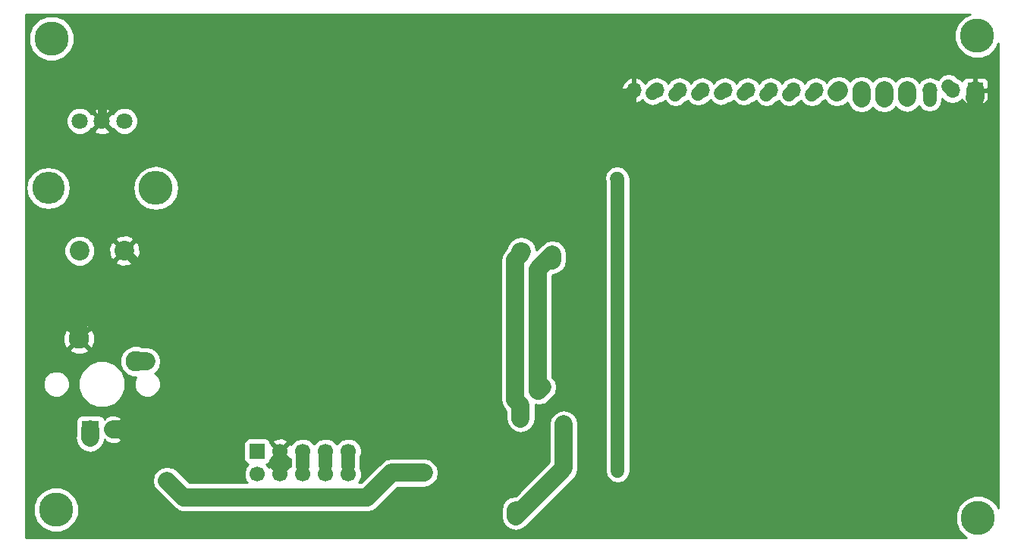
<source format=gbr>
G04 #@! TF.FileFunction,Copper,L2,Bot,Signal*
%FSLAX46Y46*%
G04 Gerber Fmt 4.6, Leading zero omitted, Abs format (unit mm)*
G04 Created by KiCad (PCBNEW 4.0.4-stable) date 03/03/17 12:38:54*
%MOMM*%
%LPD*%
G01*
G04 APERTURE LIST*
%ADD10C,0.100000*%
%ADD11O,3.600000X3.600000*%
%ADD12O,3.800000X3.800000*%
%ADD13C,2.200000*%
%ADD14C,1.800000*%
%ADD15R,1.700000X1.700000*%
%ADD16C,1.700000*%
%ADD17C,2.286000*%
%ADD18C,1.905000*%
%ADD19R,1.905000X1.905000*%
%ADD20C,3.800000*%
%ADD21O,1.700000X1.700000*%
%ADD22C,1.200000*%
%ADD23C,1.500000*%
%ADD24C,2.000000*%
%ADD25C,0.900000*%
%ADD26C,1.000000*%
%ADD27C,0.700000*%
%ADD28C,0.800000*%
%ADD29C,0.254000*%
G04 APERTURE END LIST*
D10*
D11*
X3245600Y39801800D03*
D12*
X15245600Y39801800D03*
D13*
X6745600Y32801800D03*
X11745600Y32801800D03*
D14*
X9245600Y47301800D03*
X6745600Y47301800D03*
X11745600Y47301800D03*
D15*
X26568400Y10363200D03*
D16*
X26568400Y7823200D03*
X29108400Y10363200D03*
X29108400Y7823200D03*
X31648400Y10363200D03*
X31648400Y7823200D03*
X34188400Y10363200D03*
X34188400Y7823200D03*
X36728400Y10363200D03*
X36728400Y7823200D03*
D17*
X6680200Y22961600D03*
X13030200Y20421600D03*
D18*
X10490200Y12827000D03*
D19*
X7950200Y12827000D03*
D20*
X3581400Y56540400D03*
X106908600Y56845200D03*
X107035600Y2921000D03*
X4114800Y3860800D03*
D15*
X106714919Y50751599D03*
D21*
X104174919Y50751599D03*
X101634919Y50751599D03*
X99094919Y50751599D03*
X96554919Y50751599D03*
X94014919Y50751599D03*
X91474919Y50751599D03*
X88934919Y50751599D03*
X86394919Y50751599D03*
X83854919Y50751599D03*
X81314919Y50751599D03*
X78774919Y50751599D03*
X76234919Y50751599D03*
X73694919Y50751599D03*
X71154919Y50751599D03*
X68614919Y50751599D03*
D22*
X55422800Y3124200D03*
X60782200Y13385800D03*
X55981600Y32766000D03*
X55981600Y14046200D03*
X59512200Y32359600D03*
X57886600Y17170400D03*
X65705600Y1903000D03*
X65705600Y1903000D03*
X14986000Y51181000D03*
X30759400Y24633000D03*
X105892600Y44297600D03*
X82727800Y25984200D03*
X60858400Y46761400D03*
X50876200Y42164000D03*
X22758400Y31140400D03*
X39522400Y46228000D03*
X30759400Y15240000D03*
X20650200Y13995400D03*
X26678281Y13995400D03*
X9271000Y49606200D03*
X61341000Y16967200D03*
X66725800Y40894000D03*
X66802000Y8204200D03*
X16510000Y7086600D03*
X45161200Y7975600D03*
D23*
X104174919Y50783681D02*
X103734920Y51223680D01*
X104174919Y50751599D02*
X104174919Y50783681D01*
D24*
X60782200Y13385800D02*
X60782200Y8483600D01*
X60782200Y8483600D02*
X55422800Y3124200D01*
D25*
X60782200Y12537272D02*
X60782200Y9144000D01*
X60782200Y9144000D02*
X55422800Y3784600D01*
D24*
X55422800Y3124200D02*
X55422800Y3784600D01*
X60782200Y13385800D02*
X60782200Y12537272D01*
X60782200Y12537272D02*
X60782200Y12776200D01*
D23*
X34188400Y10363200D02*
X34188400Y8755800D01*
D24*
X55981600Y32364548D02*
X55981600Y32766000D01*
X55981600Y15539852D02*
X55386590Y16134862D01*
X55981600Y14046200D02*
X55981600Y15539852D01*
X55386590Y16134862D02*
X55386590Y31769538D01*
X55386590Y31769538D02*
X55981600Y32364548D01*
X55981600Y32766000D02*
X56108600Y32766000D01*
D23*
X31648400Y10363200D02*
X31648400Y8705800D01*
D24*
X57886600Y17170400D02*
X57886600Y30734000D01*
X57886600Y30734000D02*
X59512200Y32359600D01*
X57886600Y17170400D02*
X57988200Y17170400D01*
X57988200Y17170400D02*
X58369200Y17551400D01*
D25*
X57886600Y17297400D02*
X57886600Y17170400D01*
D24*
X59512200Y32359600D02*
X59512200Y31775400D01*
X59512200Y31775400D02*
X59486800Y31750000D01*
D23*
X68614919Y50712319D02*
X67915600Y50013000D01*
X68614919Y50751599D02*
X68614919Y50712319D01*
D24*
X106714919Y50751599D02*
X106714919Y49932319D01*
X106714919Y49932319D02*
X106675600Y49893000D01*
X60858400Y46761400D02*
X60370000Y46273000D01*
X50876200Y42164000D02*
X51494600Y42164000D01*
X82727800Y25984200D02*
X82727800Y26441400D01*
X65227200Y1879600D02*
X65682200Y1879600D01*
X65682200Y1879600D02*
X65705600Y1903000D01*
X26678281Y13995400D02*
X27263200Y13995400D01*
X27263200Y13995400D02*
X27285600Y13973000D01*
X20650200Y13995400D02*
X20650200Y14593000D01*
X10490200Y12827000D02*
X11399600Y12827000D01*
X11399600Y12827000D02*
X11445600Y12873000D01*
X6680200Y22961600D02*
X6680200Y24107600D01*
X22758400Y31140400D02*
X23308200Y31140400D01*
X23308200Y31140400D02*
X23355600Y31093000D01*
X39522400Y46228000D02*
X39522400Y46796200D01*
X39522400Y46796200D02*
X39475600Y46843000D01*
X14986000Y51181000D02*
X15567600Y51181000D01*
X15567600Y51181000D02*
X15585600Y51163000D01*
D26*
X22758400Y31140400D02*
X18625600Y31140400D01*
X20650200Y29032200D02*
X20650200Y29115800D01*
X18625600Y31140400D02*
X13407000Y31140400D01*
X20650200Y29115800D02*
X18625600Y31140400D01*
X13407000Y31140400D02*
X11745600Y32801800D01*
X9271000Y49606200D02*
X9271000Y47327200D01*
X9271000Y47327200D02*
X9245600Y47301800D01*
D23*
X29108400Y10363200D02*
X29108400Y8715800D01*
D27*
X30759400Y24633000D02*
X30759400Y37465000D01*
D23*
X30759400Y15240000D02*
X30759400Y24633000D01*
D28*
X56865219Y1879600D02*
X65227200Y1879600D01*
X52019200Y2057400D02*
X52852410Y1224190D01*
X52852410Y1224190D02*
X56209809Y1224190D01*
X56209809Y1224190D02*
X56865219Y1879600D01*
X52019200Y5232400D02*
X52019200Y2057400D01*
D24*
X42011600Y15240000D02*
X52019200Y5232400D01*
X30759400Y15240000D02*
X42011600Y15240000D01*
D25*
X60741001Y16367201D02*
X61341000Y16967200D01*
X57931611Y13557811D02*
X60741001Y16367201D01*
X57931611Y13238479D02*
X57931611Y13557811D01*
X51530811Y12096189D02*
X56789321Y12096189D01*
X48387000Y15240000D02*
X51530811Y12096189D01*
X30759400Y15240000D02*
X48387000Y15240000D01*
X56789321Y12096189D02*
X57931611Y13238479D01*
X104267000Y44424600D02*
X104394000Y44297600D01*
X104394000Y44297600D02*
X105892600Y44297600D01*
X63754000Y44424600D02*
X104267000Y44424600D01*
X54864000Y35534600D02*
X63754000Y44424600D01*
X51054000Y35534600D02*
X54864000Y35534600D01*
X30759400Y15240000D02*
X51054000Y35534600D01*
D26*
X82727800Y20523200D02*
X82727800Y25984200D01*
X79146400Y16941800D02*
X82727800Y20523200D01*
X78994000Y16941800D02*
X79146400Y16941800D01*
D27*
X30759400Y16662400D02*
X60858400Y46761400D01*
X30759400Y15240000D02*
X30759400Y16662400D01*
X30759400Y22047200D02*
X50876200Y42164000D01*
X30759400Y15240000D02*
X30759400Y22047200D01*
X20650200Y29032200D02*
X22758400Y31140400D01*
X20650200Y13995400D02*
X20650200Y29032200D01*
X30759400Y37465000D02*
X39522400Y46228000D01*
X30759400Y15240000D02*
X31359399Y15839999D01*
X31359399Y15839999D02*
X31359399Y36845799D01*
D23*
X9829800Y51155600D02*
X14757400Y51155600D01*
X9271000Y50596800D02*
X9829800Y51155600D01*
X9271000Y49606200D02*
X9271000Y50596800D01*
D24*
X62189528Y16967200D02*
X62214928Y16941800D01*
X61341000Y16967200D02*
X62189528Y16967200D01*
X99094919Y50751599D02*
X99094919Y49903681D01*
X99094919Y49903681D02*
X99105600Y49893000D01*
X96554919Y50751599D02*
X96554919Y49823681D01*
X94014919Y50751599D02*
X94014919Y49832319D01*
X91474919Y50702319D02*
X91284920Y50512320D01*
X91474919Y50751599D02*
X91474919Y50702319D01*
D23*
X88934919Y50692319D02*
X88494920Y50252320D01*
X88934919Y50751599D02*
X88934919Y50692319D01*
X88934919Y50751599D02*
X88914199Y50751599D01*
X88934919Y50751599D02*
X88934919Y50672319D01*
X86394919Y50732319D02*
X85954920Y50292320D01*
X86394919Y50751599D02*
X86394919Y50732319D01*
X83854919Y50732319D02*
X83414920Y50292320D01*
X83854919Y50751599D02*
X83854919Y50732319D01*
X81264199Y50751599D02*
X80874920Y50362320D01*
X81314919Y50751599D02*
X81264199Y50751599D01*
X78694199Y50751599D02*
X78334920Y50392320D01*
X78774919Y50751599D02*
X78694199Y50751599D01*
X76214199Y50751599D02*
X75794920Y50332320D01*
X76234919Y50751599D02*
X76214199Y50751599D01*
X73694919Y50732319D02*
X73254920Y50292320D01*
X73694919Y50751599D02*
X73694919Y50732319D01*
X36728400Y10363200D02*
X36728400Y8705800D01*
D24*
X7950200Y12827000D02*
X7950200Y11917600D01*
X7950200Y11917600D02*
X7895600Y11863000D01*
D23*
X71074199Y50751599D02*
X70714920Y50392320D01*
X71154919Y50751599D02*
X71074199Y50751599D01*
X66802000Y8204200D02*
X66802000Y40817800D01*
X66802000Y40817800D02*
X66725800Y40894000D01*
D24*
X13030200Y20421600D02*
X14204200Y20421600D01*
X14204200Y20421600D02*
X14205600Y20423000D01*
X45161200Y7975600D02*
X41579800Y7975600D01*
X41579800Y7975600D02*
X38836600Y5232400D01*
X38836600Y5232400D02*
X18364200Y5232400D01*
X18364200Y5232400D02*
X16510000Y7086600D01*
D23*
X101634919Y50751599D02*
X101634919Y49663681D01*
D29*
G36*
X105474514Y58995522D02*
X104760784Y58283037D01*
X104374041Y57351655D01*
X104373161Y56343169D01*
X104758278Y55411114D01*
X105470763Y54697384D01*
X106402145Y54310641D01*
X107410631Y54309761D01*
X108342686Y54694878D01*
X109056416Y55407363D01*
X109322800Y56048888D01*
X109322800Y4023816D01*
X109185922Y4355086D01*
X108473437Y5068816D01*
X107542055Y5455559D01*
X106533569Y5456439D01*
X105601514Y5071322D01*
X104887784Y4358837D01*
X104501041Y3427455D01*
X104500161Y2418969D01*
X104885278Y1486914D01*
X105597763Y773184D01*
X105749927Y710000D01*
X710000Y710000D01*
X710000Y3358769D01*
X1579361Y3358769D01*
X1964478Y2426714D01*
X2676963Y1712984D01*
X3608345Y1326241D01*
X4616831Y1325361D01*
X5548886Y1710478D01*
X6262616Y2422963D01*
X6553794Y3124200D01*
X53787799Y3124200D01*
X53912257Y2498512D01*
X54266680Y1968080D01*
X54797112Y1613657D01*
X55422800Y1489199D01*
X56048488Y1613657D01*
X56578920Y1968080D01*
X61938317Y7327478D01*
X61938320Y7327480D01*
X62244196Y7785257D01*
X62292743Y7857912D01*
X62417200Y8483600D01*
X62417200Y13385800D01*
X62292743Y14011487D01*
X61938320Y14541920D01*
X61407887Y14896343D01*
X60782200Y15020800D01*
X60156513Y14896343D01*
X59626080Y14541920D01*
X59271657Y14011487D01*
X59147200Y13385800D01*
X59147200Y9160839D01*
X55401779Y5415419D01*
X54797113Y5295143D01*
X54266680Y4940720D01*
X53912257Y4410287D01*
X53787800Y3784600D01*
X53787800Y3124205D01*
X53787799Y3124200D01*
X6553794Y3124200D01*
X6649359Y3354345D01*
X6650239Y4362831D01*
X6265122Y5294886D01*
X5552637Y6008616D01*
X4621255Y6395359D01*
X3612769Y6396239D01*
X2680714Y6011122D01*
X1966984Y5298637D01*
X1580241Y4367255D01*
X1579361Y3358769D01*
X710000Y3358769D01*
X710000Y7086600D01*
X14874999Y7086600D01*
X14999457Y6460912D01*
X15353880Y5930480D01*
X17208078Y4076283D01*
X17208080Y4076280D01*
X17473297Y3899068D01*
X17738512Y3721857D01*
X18364200Y3597399D01*
X18364205Y3597400D01*
X38836595Y3597400D01*
X38836600Y3597399D01*
X39462288Y3721857D01*
X39992720Y4076280D01*
X42257039Y6340600D01*
X45161200Y6340600D01*
X45786887Y6465057D01*
X46317320Y6819480D01*
X46671743Y7349913D01*
X46796200Y7975600D01*
X46671743Y8601287D01*
X46317320Y9131720D01*
X45786887Y9486143D01*
X45161200Y9610600D01*
X41579805Y9610600D01*
X41579800Y9610601D01*
X41017980Y9498847D01*
X40954113Y9486143D01*
X40423680Y9131720D01*
X40423678Y9131717D01*
X38159360Y6867400D01*
X37872873Y6867400D01*
X37986588Y6980917D01*
X38213142Y7526519D01*
X38213657Y8117289D01*
X38066959Y8472326D01*
X38113400Y8705800D01*
X38113400Y9826314D01*
X38213142Y10066519D01*
X38213657Y10657289D01*
X37988056Y11203286D01*
X37570683Y11621388D01*
X37025081Y11847942D01*
X36434311Y11848457D01*
X35888314Y11622856D01*
X35470212Y11205483D01*
X35458652Y11177643D01*
X35448056Y11203286D01*
X35030683Y11621388D01*
X34485081Y11847942D01*
X33894311Y11848457D01*
X33348314Y11622856D01*
X32930212Y11205483D01*
X32918652Y11177643D01*
X32908056Y11203286D01*
X32490683Y11621388D01*
X31945081Y11847942D01*
X31354311Y11848457D01*
X30808314Y11622856D01*
X30390212Y11205483D01*
X30370449Y11157888D01*
X30152358Y11227553D01*
X29288005Y10363200D01*
X30152358Y9498847D01*
X30263400Y9534317D01*
X30263400Y8705800D01*
X30274810Y8648438D01*
X30152358Y8687553D01*
X29288005Y7823200D01*
X29302148Y7809057D01*
X29122543Y7629452D01*
X29108400Y7643595D01*
X29094258Y7629452D01*
X28914653Y7809057D01*
X28928795Y7823200D01*
X28064442Y8687553D01*
X27846760Y8618019D01*
X27828056Y8663286D01*
X27593117Y8898635D01*
X27653717Y8910038D01*
X27869841Y9049110D01*
X28014831Y9261310D01*
X28026562Y9319242D01*
X28244047Y9319242D01*
X28316252Y9093200D01*
X28244047Y8867158D01*
X29108400Y8002805D01*
X29972753Y8867158D01*
X29900548Y9093200D01*
X29972753Y9319242D01*
X29108400Y10183595D01*
X28244047Y9319242D01*
X28026562Y9319242D01*
X28063025Y9499300D01*
X28064442Y9498847D01*
X28928795Y10363200D01*
X28064442Y11227553D01*
X28063213Y11227160D01*
X28029345Y11407158D01*
X28244047Y11407158D01*
X29108400Y10542805D01*
X29972753Y11407158D01*
X29892480Y11658459D01*
X29337121Y11859918D01*
X28746942Y11833515D01*
X28324320Y11658459D01*
X28244047Y11407158D01*
X28029345Y11407158D01*
X28021562Y11448517D01*
X27882490Y11664641D01*
X27670290Y11809631D01*
X27418400Y11860640D01*
X25718400Y11860640D01*
X25483083Y11816362D01*
X25266959Y11677290D01*
X25121969Y11465090D01*
X25070960Y11213200D01*
X25070960Y9513200D01*
X25115238Y9277883D01*
X25254310Y9061759D01*
X25466510Y8916769D01*
X25545843Y8900704D01*
X25310212Y8665483D01*
X25083658Y8119881D01*
X25083143Y7529111D01*
X25308744Y6983114D01*
X25424256Y6867400D01*
X19041439Y6867400D01*
X17666120Y8242720D01*
X17135688Y8597143D01*
X16510000Y8721601D01*
X15884312Y8597143D01*
X15353880Y8242720D01*
X14999457Y7712288D01*
X14874999Y7086600D01*
X710000Y7086600D01*
X710000Y11863000D01*
X6260599Y11863000D01*
X6385057Y11237312D01*
X6739480Y10706880D01*
X7269912Y10352457D01*
X7895600Y10227999D01*
X8521288Y10352457D01*
X9051720Y10706880D01*
X9106320Y10761480D01*
X9460743Y11291912D01*
X9541696Y11698888D01*
X9551647Y11708839D01*
X9644488Y11446912D01*
X10237001Y11228325D01*
X10868061Y11253122D01*
X11335912Y11446912D01*
X11428754Y11708841D01*
X10490200Y12647395D01*
X10476058Y12633252D01*
X10296453Y12812857D01*
X10310595Y12827000D01*
X10669805Y12827000D01*
X11608359Y11888446D01*
X11870288Y11981288D01*
X12088875Y12573801D01*
X12064078Y13204861D01*
X11870288Y13672712D01*
X11608359Y13765554D01*
X10669805Y12827000D01*
X10310595Y12827000D01*
X10296453Y12841142D01*
X10476058Y13020747D01*
X10490200Y13006605D01*
X11428754Y13945159D01*
X11335912Y14207088D01*
X10743399Y14425675D01*
X10112339Y14400878D01*
X9644488Y14207088D01*
X9551647Y13945161D01*
X9511395Y13985413D01*
X9505862Y14014817D01*
X9366790Y14230941D01*
X9154590Y14375931D01*
X8902700Y14426940D01*
X8126458Y14426940D01*
X7950200Y14462000D01*
X7773942Y14426940D01*
X6997700Y14426940D01*
X6762383Y14382662D01*
X6546259Y14243590D01*
X6401269Y14031390D01*
X6350260Y13779500D01*
X6350260Y13003258D01*
X6315200Y12827000D01*
X6315200Y12137496D01*
X6260599Y11863000D01*
X710000Y11863000D01*
X710000Y17587333D01*
X2654042Y17587333D01*
X2879780Y17041005D01*
X3297406Y16622649D01*
X3843339Y16395958D01*
X4434467Y16395442D01*
X4980795Y16621180D01*
X5399151Y17038806D01*
X5532926Y17360974D01*
X6590845Y17360974D01*
X6990228Y16394393D01*
X7729104Y15654227D01*
X8694985Y15253158D01*
X9740826Y15252245D01*
X10707407Y15651628D01*
X11447573Y16390504D01*
X11848642Y17356385D01*
X11849555Y18402226D01*
X11450172Y19368807D01*
X10750715Y20069486D01*
X11251892Y20069486D01*
X11522006Y19415760D01*
X12021729Y18915164D01*
X12674982Y18643909D01*
X13007708Y18643619D01*
X12814558Y18178461D01*
X12814042Y17587333D01*
X13039780Y17041005D01*
X13457406Y16622649D01*
X14003339Y16395958D01*
X14594467Y16395442D01*
X15140795Y16621180D01*
X15559151Y17038806D01*
X15785842Y17584739D01*
X15786358Y18175867D01*
X15560620Y18722195D01*
X15155140Y19128383D01*
X15360320Y19265480D01*
X15361720Y19266880D01*
X15716143Y19797312D01*
X15840601Y20423000D01*
X15716143Y21048688D01*
X15361720Y21579120D01*
X14831288Y21933543D01*
X14205600Y22058001D01*
X14198557Y22056600D01*
X13729055Y22056600D01*
X13385418Y22199291D01*
X12678086Y22199908D01*
X12024360Y21929794D01*
X11523764Y21430071D01*
X11252509Y20776818D01*
X11251892Y20069486D01*
X10750715Y20069486D01*
X10711296Y20108973D01*
X9745415Y20510042D01*
X8699574Y20510955D01*
X7732993Y20111572D01*
X6992827Y19372696D01*
X6591758Y18406815D01*
X6590845Y17360974D01*
X5532926Y17360974D01*
X5625842Y17584739D01*
X5626358Y18175867D01*
X5400620Y18722195D01*
X4982994Y19140551D01*
X4437061Y19367242D01*
X3845933Y19367758D01*
X3299605Y19142020D01*
X2881249Y18724394D01*
X2654558Y18178461D01*
X2654042Y17587333D01*
X710000Y17587333D01*
X710000Y21705637D01*
X5603842Y21705637D01*
X5720006Y21423942D01*
X6381533Y21173538D01*
X7088529Y21195351D01*
X7640394Y21423942D01*
X7756558Y21705637D01*
X6680200Y22781995D01*
X5603842Y21705637D01*
X710000Y21705637D01*
X710000Y23260267D01*
X4892138Y23260267D01*
X4913951Y22553271D01*
X5142542Y22001406D01*
X5424237Y21885242D01*
X6500595Y22961600D01*
X6859805Y22961600D01*
X7936163Y21885242D01*
X8217858Y22001406D01*
X8468262Y22662933D01*
X8446449Y23369929D01*
X8217858Y23921794D01*
X7936163Y24037958D01*
X6859805Y22961600D01*
X6500595Y22961600D01*
X5424237Y24037958D01*
X5142542Y23921794D01*
X4892138Y23260267D01*
X710000Y23260267D01*
X710000Y24217563D01*
X5603842Y24217563D01*
X6680200Y23141205D01*
X7756558Y24217563D01*
X7640394Y24499258D01*
X6978867Y24749662D01*
X6271871Y24727849D01*
X5720006Y24499258D01*
X5603842Y24217563D01*
X710000Y24217563D01*
X710000Y32458201D01*
X5010299Y32458201D01*
X5273881Y31820285D01*
X5761518Y31331796D01*
X6398973Y31067101D01*
X7089199Y31066499D01*
X7727115Y31330081D01*
X7974397Y31576932D01*
X10700337Y31576932D01*
X10811241Y31299701D01*
X11457193Y31056477D01*
X12147053Y31078964D01*
X12679959Y31299701D01*
X12790863Y31576932D01*
X11745600Y32622195D01*
X10700337Y31576932D01*
X7974397Y31576932D01*
X8215604Y31817718D01*
X8480299Y32455173D01*
X8480852Y33090207D01*
X10000277Y33090207D01*
X10022764Y32400347D01*
X10243501Y31867441D01*
X10520732Y31756537D01*
X11565995Y32801800D01*
X11925205Y32801800D01*
X12970468Y31756537D01*
X13002967Y31769538D01*
X53751589Y31769538D01*
X53751590Y31769533D01*
X53751590Y16134867D01*
X53751589Y16134862D01*
X53876047Y15509174D01*
X54230470Y14978742D01*
X54346600Y14862612D01*
X54346600Y14046200D01*
X54471057Y13420513D01*
X54825480Y12890080D01*
X55355913Y12535657D01*
X55981600Y12411200D01*
X56607287Y12535657D01*
X57137720Y12890080D01*
X57492143Y13420513D01*
X57616600Y14046200D01*
X57616600Y15539852D01*
X57606399Y15591135D01*
X57886600Y15535400D01*
X57988195Y15535400D01*
X57988200Y15535399D01*
X58613888Y15659857D01*
X59144320Y16014280D01*
X59525319Y16395280D01*
X59879742Y16925712D01*
X60004200Y17551400D01*
X59879742Y18177087D01*
X59525319Y18707519D01*
X59521600Y18710004D01*
X59521600Y30056760D01*
X59602941Y30138101D01*
X60112488Y30239457D01*
X60642920Y30593880D01*
X60668320Y30619280D01*
X61022743Y31149712D01*
X61147201Y31775400D01*
X61147200Y31775405D01*
X61147200Y32359595D01*
X61147201Y32359600D01*
X61022743Y32985288D01*
X60668320Y33515720D01*
X60137888Y33870143D01*
X59512200Y33994601D01*
X58911388Y33875091D01*
X58886513Y33870143D01*
X58356080Y33515720D01*
X58356078Y33515717D01*
X57720831Y32880470D01*
X57619143Y33391687D01*
X57264720Y33922120D01*
X56734287Y34276543D01*
X56108600Y34401000D01*
X55981600Y34401000D01*
X55355913Y34276543D01*
X54825480Y33922120D01*
X54471057Y33391687D01*
X54415079Y33110267D01*
X54230470Y32925658D01*
X53876047Y32395226D01*
X53751589Y31769538D01*
X13002967Y31769538D01*
X13247699Y31867441D01*
X13490923Y32513393D01*
X13468436Y33203253D01*
X13247699Y33736159D01*
X12970468Y33847063D01*
X11925205Y32801800D01*
X11565995Y32801800D01*
X10520732Y33847063D01*
X10243501Y33736159D01*
X10000277Y33090207D01*
X8480852Y33090207D01*
X8480901Y33145399D01*
X8217319Y33783315D01*
X7974391Y34026668D01*
X10700337Y34026668D01*
X11745600Y32981405D01*
X12790863Y34026668D01*
X12679959Y34303899D01*
X12034007Y34547123D01*
X11344147Y34524636D01*
X10811241Y34303899D01*
X10700337Y34026668D01*
X7974391Y34026668D01*
X7729682Y34271804D01*
X7092227Y34536499D01*
X6402001Y34537101D01*
X5764085Y34273519D01*
X5275596Y33785882D01*
X5010901Y33148427D01*
X5010299Y32458201D01*
X710000Y32458201D01*
X710000Y39801800D01*
X762896Y39801800D01*
X948249Y38869966D01*
X1476091Y38079995D01*
X2266062Y37552153D01*
X3197896Y37366800D01*
X3293304Y37366800D01*
X4225138Y37552153D01*
X5015109Y38079995D01*
X5542951Y38869966D01*
X5728304Y39801800D01*
X12660936Y39801800D01*
X12853901Y38831697D01*
X13403420Y38009284D01*
X14225833Y37459765D01*
X15195936Y37266800D01*
X15295264Y37266800D01*
X16265367Y37459765D01*
X17087780Y38009284D01*
X17637299Y38831697D01*
X17830264Y39801800D01*
X17637299Y40771903D01*
X17555717Y40894000D01*
X65340800Y40894000D01*
X65417000Y40510918D01*
X65417000Y8204200D01*
X65522427Y7674183D01*
X65822657Y7224857D01*
X66271983Y6924627D01*
X66802000Y6819200D01*
X67332017Y6924627D01*
X67781343Y7224857D01*
X68081573Y7674183D01*
X68187000Y8204200D01*
X68187000Y40817800D01*
X68081573Y41347817D01*
X67781343Y41797143D01*
X67705143Y41873343D01*
X67255816Y42173573D01*
X66725800Y42279000D01*
X66195784Y42173573D01*
X65746457Y41873343D01*
X65446227Y41424016D01*
X65340800Y40894000D01*
X17555717Y40894000D01*
X17087780Y41594316D01*
X16265367Y42143835D01*
X15295264Y42336800D01*
X15195936Y42336800D01*
X14225833Y42143835D01*
X13403420Y41594316D01*
X12853901Y40771903D01*
X12660936Y39801800D01*
X5728304Y39801800D01*
X5542951Y40733634D01*
X5015109Y41523605D01*
X4225138Y42051447D01*
X3293304Y42236800D01*
X3197896Y42236800D01*
X2266062Y42051447D01*
X1476091Y41523605D01*
X948249Y40733634D01*
X762896Y39801800D01*
X710000Y39801800D01*
X710000Y46997809D01*
X5210335Y46997809D01*
X5443532Y46433429D01*
X5874957Y46001249D01*
X6438930Y45767067D01*
X7049591Y45766535D01*
X7613971Y45999732D01*
X7836268Y46221641D01*
X8345046Y46221641D01*
X8431452Y45965157D01*
X9004936Y45755342D01*
X9615060Y45780961D01*
X10059748Y45965157D01*
X10146154Y46221641D01*
X9245600Y47122195D01*
X8345046Y46221641D01*
X7836268Y46221641D01*
X8046151Y46431157D01*
X8049894Y46440172D01*
X8165441Y46401246D01*
X9065995Y47301800D01*
X9425205Y47301800D01*
X10325759Y46401246D01*
X10440814Y46440007D01*
X10443532Y46433429D01*
X10874957Y46001249D01*
X11438930Y45767067D01*
X12049591Y45766535D01*
X12613971Y45999732D01*
X13046151Y46431157D01*
X13280333Y46995130D01*
X13280865Y47605791D01*
X13047668Y48170171D01*
X12616243Y48602351D01*
X12052270Y48836533D01*
X11441609Y48837065D01*
X10877229Y48603868D01*
X10445049Y48172443D01*
X10441306Y48163428D01*
X10325759Y48202354D01*
X9425205Y47301800D01*
X9065995Y47301800D01*
X8165441Y48202354D01*
X8050386Y48163593D01*
X8047668Y48170171D01*
X7836250Y48381959D01*
X8345046Y48381959D01*
X9245600Y47481405D01*
X10146154Y48381959D01*
X10059748Y48638443D01*
X9486264Y48848258D01*
X8876140Y48822639D01*
X8431452Y48638443D01*
X8345046Y48381959D01*
X7836250Y48381959D01*
X7616243Y48602351D01*
X7052270Y48836533D01*
X6441609Y48837065D01*
X5877229Y48603868D01*
X5445049Y48172443D01*
X5210867Y47608470D01*
X5210335Y46997809D01*
X710000Y46997809D01*
X710000Y50394707D01*
X67173433Y50394707D01*
X67419736Y49870241D01*
X67847995Y49479954D01*
X68258029Y49310123D01*
X68487919Y49431444D01*
X68487919Y50624599D01*
X67294100Y50624599D01*
X67173433Y50394707D01*
X710000Y50394707D01*
X710000Y51108491D01*
X67173433Y51108491D01*
X67294100Y50878599D01*
X68487919Y50878599D01*
X68487919Y52071754D01*
X68741919Y52071754D01*
X68741919Y50878599D01*
X68761919Y50878599D01*
X68761919Y50624599D01*
X68741919Y50624599D01*
X68741919Y49431444D01*
X68971809Y49310123D01*
X69381843Y49479954D01*
X69573884Y49654968D01*
X69735577Y49412977D01*
X70184904Y49112747D01*
X70714920Y49007320D01*
X71244936Y49112747D01*
X71548953Y49315884D01*
X71723204Y49350545D01*
X72087729Y49594112D01*
X72275577Y49312977D01*
X72724904Y49012747D01*
X73254920Y48907320D01*
X73784936Y49012747D01*
X74234263Y49312977D01*
X74289203Y49367917D01*
X74646206Y49606458D01*
X74815577Y49352977D01*
X75264904Y49052747D01*
X75794920Y48947320D01*
X76324936Y49052747D01*
X76756813Y49341317D01*
X76803204Y49350545D01*
X77213923Y49624978D01*
X77355577Y49412977D01*
X77804904Y49112747D01*
X78334920Y49007320D01*
X78864936Y49112747D01*
X79168953Y49315884D01*
X79343204Y49350545D01*
X79740065Y49615718D01*
X79895577Y49382977D01*
X80344904Y49082747D01*
X80874920Y48977320D01*
X81404936Y49082747D01*
X81772883Y49328601D01*
X81883204Y49350545D01*
X82247729Y49594112D01*
X82435577Y49312977D01*
X82884904Y49012747D01*
X83414920Y48907320D01*
X83944936Y49012747D01*
X84394263Y49312977D01*
X84449203Y49367917D01*
X84787729Y49594112D01*
X84975577Y49312977D01*
X85424904Y49012747D01*
X85954920Y48907320D01*
X86484936Y49012747D01*
X86934263Y49312977D01*
X86989203Y49367917D01*
X87309251Y49581766D01*
X87515577Y49272977D01*
X87964904Y48972747D01*
X88494920Y48867320D01*
X89024936Y48972747D01*
X89474263Y49272977D01*
X89649749Y49448463D01*
X89938317Y49641278D01*
X90128800Y49356200D01*
X90659232Y49001777D01*
X91284920Y48877319D01*
X91910608Y49001777D01*
X92441040Y49356200D01*
X92469053Y49384213D01*
X92504376Y49206632D01*
X92858799Y48676199D01*
X93389232Y48321776D01*
X94014919Y48197319D01*
X94640606Y48321776D01*
X95171039Y48676199D01*
X95282033Y48842314D01*
X95398799Y48667561D01*
X95929232Y48313138D01*
X96554919Y48188681D01*
X97180606Y48313138D01*
X97711039Y48667561D01*
X97851646Y48877995D01*
X97938799Y48747561D01*
X97949480Y48736881D01*
X98479912Y48382457D01*
X99105600Y48258000D01*
X99731288Y48382457D01*
X100261719Y48736881D01*
X100441094Y49005333D01*
X100655576Y48684338D01*
X101104902Y48384108D01*
X101634919Y48278681D01*
X102164936Y48384108D01*
X102614262Y48684338D01*
X102914492Y49133664D01*
X103019919Y49663681D01*
X103019919Y49829515D01*
X103124865Y49672452D01*
X103606634Y49350545D01*
X104174919Y49237506D01*
X104743204Y49350545D01*
X105224973Y49672452D01*
X105254322Y49716376D01*
X105326592Y49541901D01*
X105505220Y49363272D01*
X105738609Y49266599D01*
X106429169Y49266599D01*
X106587919Y49425349D01*
X106587919Y50624599D01*
X106841919Y50624599D01*
X106841919Y49425349D01*
X107000669Y49266599D01*
X107691229Y49266599D01*
X107924618Y49363272D01*
X108103246Y49541901D01*
X108199919Y49775290D01*
X108199919Y50465849D01*
X108041169Y50624599D01*
X106841919Y50624599D01*
X106587919Y50624599D01*
X106567919Y50624599D01*
X106567919Y50878599D01*
X106587919Y50878599D01*
X106587919Y52077849D01*
X106841919Y52077849D01*
X106841919Y50878599D01*
X108041169Y50878599D01*
X108199919Y51037349D01*
X108199919Y51727908D01*
X108103246Y51961297D01*
X107924618Y52139926D01*
X107691229Y52236599D01*
X107000669Y52236599D01*
X106841919Y52077849D01*
X106587919Y52077849D01*
X106429169Y52236599D01*
X105738609Y52236599D01*
X105505220Y52139926D01*
X105326592Y51961297D01*
X105254322Y51786822D01*
X105224973Y51830746D01*
X104807784Y52109502D01*
X104714263Y52203023D01*
X104264936Y52503253D01*
X103734920Y52608680D01*
X103204904Y52503253D01*
X102755577Y52203023D01*
X102561815Y51913037D01*
X102203204Y52152653D01*
X101634919Y52265692D01*
X101066634Y52152653D01*
X100584865Y51830746D01*
X100443668Y51619429D01*
X100251039Y51907719D01*
X99720606Y52262142D01*
X99094919Y52386599D01*
X98469232Y52262142D01*
X97938799Y51907719D01*
X97824919Y51737285D01*
X97711039Y51907719D01*
X97180606Y52262142D01*
X96554919Y52386599D01*
X95929232Y52262142D01*
X95398799Y51907719D01*
X95284919Y51737285D01*
X95171039Y51907719D01*
X94640606Y52262142D01*
X94014919Y52386599D01*
X93389232Y52262142D01*
X92858799Y51907719D01*
X92744919Y51737285D01*
X92631039Y51907719D01*
X92100606Y52262142D01*
X91474919Y52386599D01*
X90849232Y52262142D01*
X90318799Y51907719D01*
X90219565Y51759205D01*
X90128800Y51668440D01*
X90111111Y51641967D01*
X89984973Y51830746D01*
X89503204Y52152653D01*
X88934919Y52265692D01*
X88366634Y52152653D01*
X87884865Y51830746D01*
X87664919Y51501573D01*
X87444973Y51830746D01*
X86963204Y52152653D01*
X86394919Y52265692D01*
X85826634Y52152653D01*
X85344865Y51830746D01*
X85124919Y51501573D01*
X84904973Y51830746D01*
X84423204Y52152653D01*
X83854919Y52265692D01*
X83286634Y52152653D01*
X82804865Y51830746D01*
X82584919Y51501573D01*
X82364973Y51830746D01*
X81883204Y52152653D01*
X81314919Y52265692D01*
X80746634Y52152653D01*
X80264865Y51830746D01*
X80044919Y51501573D01*
X79824973Y51830746D01*
X79343204Y52152653D01*
X78774919Y52265692D01*
X78206634Y52152653D01*
X77724865Y51830746D01*
X77544049Y51560135D01*
X77497136Y51513222D01*
X77284973Y51830746D01*
X76803204Y52152653D01*
X76234919Y52265692D01*
X75666634Y52152653D01*
X75184865Y51830746D01*
X74964919Y51501573D01*
X74744973Y51830746D01*
X74263204Y52152653D01*
X73694919Y52265692D01*
X73126634Y52152653D01*
X72644865Y51830746D01*
X72424919Y51501573D01*
X72204973Y51830746D01*
X71723204Y52152653D01*
X71154919Y52265692D01*
X70586634Y52152653D01*
X70104865Y51830746D01*
X69924049Y51560135D01*
X69869785Y51505871D01*
X69810102Y51632957D01*
X69381843Y52023244D01*
X68971809Y52193075D01*
X68741919Y52071754D01*
X68487919Y52071754D01*
X68258029Y52193075D01*
X67847995Y52023244D01*
X67419736Y51632957D01*
X67173433Y51108491D01*
X710000Y51108491D01*
X710000Y56038369D01*
X1045961Y56038369D01*
X1431078Y55106314D01*
X2143563Y54392584D01*
X3074945Y54005841D01*
X4083431Y54004961D01*
X5015486Y54390078D01*
X5729216Y55102563D01*
X6115959Y56033945D01*
X6116839Y57042431D01*
X5731722Y57974486D01*
X5019237Y58688216D01*
X4087855Y59074959D01*
X3079369Y59075839D01*
X2147314Y58690722D01*
X1433584Y57978237D01*
X1046841Y57046855D01*
X1045961Y56038369D01*
X710000Y56038369D01*
X710000Y59259400D01*
X106113148Y59259400D01*
X105474514Y58995522D01*
X105474514Y58995522D01*
G37*
X105474514Y58995522D02*
X104760784Y58283037D01*
X104374041Y57351655D01*
X104373161Y56343169D01*
X104758278Y55411114D01*
X105470763Y54697384D01*
X106402145Y54310641D01*
X107410631Y54309761D01*
X108342686Y54694878D01*
X109056416Y55407363D01*
X109322800Y56048888D01*
X109322800Y4023816D01*
X109185922Y4355086D01*
X108473437Y5068816D01*
X107542055Y5455559D01*
X106533569Y5456439D01*
X105601514Y5071322D01*
X104887784Y4358837D01*
X104501041Y3427455D01*
X104500161Y2418969D01*
X104885278Y1486914D01*
X105597763Y773184D01*
X105749927Y710000D01*
X710000Y710000D01*
X710000Y3358769D01*
X1579361Y3358769D01*
X1964478Y2426714D01*
X2676963Y1712984D01*
X3608345Y1326241D01*
X4616831Y1325361D01*
X5548886Y1710478D01*
X6262616Y2422963D01*
X6553794Y3124200D01*
X53787799Y3124200D01*
X53912257Y2498512D01*
X54266680Y1968080D01*
X54797112Y1613657D01*
X55422800Y1489199D01*
X56048488Y1613657D01*
X56578920Y1968080D01*
X61938317Y7327478D01*
X61938320Y7327480D01*
X62244196Y7785257D01*
X62292743Y7857912D01*
X62417200Y8483600D01*
X62417200Y13385800D01*
X62292743Y14011487D01*
X61938320Y14541920D01*
X61407887Y14896343D01*
X60782200Y15020800D01*
X60156513Y14896343D01*
X59626080Y14541920D01*
X59271657Y14011487D01*
X59147200Y13385800D01*
X59147200Y9160839D01*
X55401779Y5415419D01*
X54797113Y5295143D01*
X54266680Y4940720D01*
X53912257Y4410287D01*
X53787800Y3784600D01*
X53787800Y3124205D01*
X53787799Y3124200D01*
X6553794Y3124200D01*
X6649359Y3354345D01*
X6650239Y4362831D01*
X6265122Y5294886D01*
X5552637Y6008616D01*
X4621255Y6395359D01*
X3612769Y6396239D01*
X2680714Y6011122D01*
X1966984Y5298637D01*
X1580241Y4367255D01*
X1579361Y3358769D01*
X710000Y3358769D01*
X710000Y7086600D01*
X14874999Y7086600D01*
X14999457Y6460912D01*
X15353880Y5930480D01*
X17208078Y4076283D01*
X17208080Y4076280D01*
X17473297Y3899068D01*
X17738512Y3721857D01*
X18364200Y3597399D01*
X18364205Y3597400D01*
X38836595Y3597400D01*
X38836600Y3597399D01*
X39462288Y3721857D01*
X39992720Y4076280D01*
X42257039Y6340600D01*
X45161200Y6340600D01*
X45786887Y6465057D01*
X46317320Y6819480D01*
X46671743Y7349913D01*
X46796200Y7975600D01*
X46671743Y8601287D01*
X46317320Y9131720D01*
X45786887Y9486143D01*
X45161200Y9610600D01*
X41579805Y9610600D01*
X41579800Y9610601D01*
X41017980Y9498847D01*
X40954113Y9486143D01*
X40423680Y9131720D01*
X40423678Y9131717D01*
X38159360Y6867400D01*
X37872873Y6867400D01*
X37986588Y6980917D01*
X38213142Y7526519D01*
X38213657Y8117289D01*
X38066959Y8472326D01*
X38113400Y8705800D01*
X38113400Y9826314D01*
X38213142Y10066519D01*
X38213657Y10657289D01*
X37988056Y11203286D01*
X37570683Y11621388D01*
X37025081Y11847942D01*
X36434311Y11848457D01*
X35888314Y11622856D01*
X35470212Y11205483D01*
X35458652Y11177643D01*
X35448056Y11203286D01*
X35030683Y11621388D01*
X34485081Y11847942D01*
X33894311Y11848457D01*
X33348314Y11622856D01*
X32930212Y11205483D01*
X32918652Y11177643D01*
X32908056Y11203286D01*
X32490683Y11621388D01*
X31945081Y11847942D01*
X31354311Y11848457D01*
X30808314Y11622856D01*
X30390212Y11205483D01*
X30370449Y11157888D01*
X30152358Y11227553D01*
X29288005Y10363200D01*
X30152358Y9498847D01*
X30263400Y9534317D01*
X30263400Y8705800D01*
X30274810Y8648438D01*
X30152358Y8687553D01*
X29288005Y7823200D01*
X29302148Y7809057D01*
X29122543Y7629452D01*
X29108400Y7643595D01*
X29094258Y7629452D01*
X28914653Y7809057D01*
X28928795Y7823200D01*
X28064442Y8687553D01*
X27846760Y8618019D01*
X27828056Y8663286D01*
X27593117Y8898635D01*
X27653717Y8910038D01*
X27869841Y9049110D01*
X28014831Y9261310D01*
X28026562Y9319242D01*
X28244047Y9319242D01*
X28316252Y9093200D01*
X28244047Y8867158D01*
X29108400Y8002805D01*
X29972753Y8867158D01*
X29900548Y9093200D01*
X29972753Y9319242D01*
X29108400Y10183595D01*
X28244047Y9319242D01*
X28026562Y9319242D01*
X28063025Y9499300D01*
X28064442Y9498847D01*
X28928795Y10363200D01*
X28064442Y11227553D01*
X28063213Y11227160D01*
X28029345Y11407158D01*
X28244047Y11407158D01*
X29108400Y10542805D01*
X29972753Y11407158D01*
X29892480Y11658459D01*
X29337121Y11859918D01*
X28746942Y11833515D01*
X28324320Y11658459D01*
X28244047Y11407158D01*
X28029345Y11407158D01*
X28021562Y11448517D01*
X27882490Y11664641D01*
X27670290Y11809631D01*
X27418400Y11860640D01*
X25718400Y11860640D01*
X25483083Y11816362D01*
X25266959Y11677290D01*
X25121969Y11465090D01*
X25070960Y11213200D01*
X25070960Y9513200D01*
X25115238Y9277883D01*
X25254310Y9061759D01*
X25466510Y8916769D01*
X25545843Y8900704D01*
X25310212Y8665483D01*
X25083658Y8119881D01*
X25083143Y7529111D01*
X25308744Y6983114D01*
X25424256Y6867400D01*
X19041439Y6867400D01*
X17666120Y8242720D01*
X17135688Y8597143D01*
X16510000Y8721601D01*
X15884312Y8597143D01*
X15353880Y8242720D01*
X14999457Y7712288D01*
X14874999Y7086600D01*
X710000Y7086600D01*
X710000Y11863000D01*
X6260599Y11863000D01*
X6385057Y11237312D01*
X6739480Y10706880D01*
X7269912Y10352457D01*
X7895600Y10227999D01*
X8521288Y10352457D01*
X9051720Y10706880D01*
X9106320Y10761480D01*
X9460743Y11291912D01*
X9541696Y11698888D01*
X9551647Y11708839D01*
X9644488Y11446912D01*
X10237001Y11228325D01*
X10868061Y11253122D01*
X11335912Y11446912D01*
X11428754Y11708841D01*
X10490200Y12647395D01*
X10476058Y12633252D01*
X10296453Y12812857D01*
X10310595Y12827000D01*
X10669805Y12827000D01*
X11608359Y11888446D01*
X11870288Y11981288D01*
X12088875Y12573801D01*
X12064078Y13204861D01*
X11870288Y13672712D01*
X11608359Y13765554D01*
X10669805Y12827000D01*
X10310595Y12827000D01*
X10296453Y12841142D01*
X10476058Y13020747D01*
X10490200Y13006605D01*
X11428754Y13945159D01*
X11335912Y14207088D01*
X10743399Y14425675D01*
X10112339Y14400878D01*
X9644488Y14207088D01*
X9551647Y13945161D01*
X9511395Y13985413D01*
X9505862Y14014817D01*
X9366790Y14230941D01*
X9154590Y14375931D01*
X8902700Y14426940D01*
X8126458Y14426940D01*
X7950200Y14462000D01*
X7773942Y14426940D01*
X6997700Y14426940D01*
X6762383Y14382662D01*
X6546259Y14243590D01*
X6401269Y14031390D01*
X6350260Y13779500D01*
X6350260Y13003258D01*
X6315200Y12827000D01*
X6315200Y12137496D01*
X6260599Y11863000D01*
X710000Y11863000D01*
X710000Y17587333D01*
X2654042Y17587333D01*
X2879780Y17041005D01*
X3297406Y16622649D01*
X3843339Y16395958D01*
X4434467Y16395442D01*
X4980795Y16621180D01*
X5399151Y17038806D01*
X5532926Y17360974D01*
X6590845Y17360974D01*
X6990228Y16394393D01*
X7729104Y15654227D01*
X8694985Y15253158D01*
X9740826Y15252245D01*
X10707407Y15651628D01*
X11447573Y16390504D01*
X11848642Y17356385D01*
X11849555Y18402226D01*
X11450172Y19368807D01*
X10750715Y20069486D01*
X11251892Y20069486D01*
X11522006Y19415760D01*
X12021729Y18915164D01*
X12674982Y18643909D01*
X13007708Y18643619D01*
X12814558Y18178461D01*
X12814042Y17587333D01*
X13039780Y17041005D01*
X13457406Y16622649D01*
X14003339Y16395958D01*
X14594467Y16395442D01*
X15140795Y16621180D01*
X15559151Y17038806D01*
X15785842Y17584739D01*
X15786358Y18175867D01*
X15560620Y18722195D01*
X15155140Y19128383D01*
X15360320Y19265480D01*
X15361720Y19266880D01*
X15716143Y19797312D01*
X15840601Y20423000D01*
X15716143Y21048688D01*
X15361720Y21579120D01*
X14831288Y21933543D01*
X14205600Y22058001D01*
X14198557Y22056600D01*
X13729055Y22056600D01*
X13385418Y22199291D01*
X12678086Y22199908D01*
X12024360Y21929794D01*
X11523764Y21430071D01*
X11252509Y20776818D01*
X11251892Y20069486D01*
X10750715Y20069486D01*
X10711296Y20108973D01*
X9745415Y20510042D01*
X8699574Y20510955D01*
X7732993Y20111572D01*
X6992827Y19372696D01*
X6591758Y18406815D01*
X6590845Y17360974D01*
X5532926Y17360974D01*
X5625842Y17584739D01*
X5626358Y18175867D01*
X5400620Y18722195D01*
X4982994Y19140551D01*
X4437061Y19367242D01*
X3845933Y19367758D01*
X3299605Y19142020D01*
X2881249Y18724394D01*
X2654558Y18178461D01*
X2654042Y17587333D01*
X710000Y17587333D01*
X710000Y21705637D01*
X5603842Y21705637D01*
X5720006Y21423942D01*
X6381533Y21173538D01*
X7088529Y21195351D01*
X7640394Y21423942D01*
X7756558Y21705637D01*
X6680200Y22781995D01*
X5603842Y21705637D01*
X710000Y21705637D01*
X710000Y23260267D01*
X4892138Y23260267D01*
X4913951Y22553271D01*
X5142542Y22001406D01*
X5424237Y21885242D01*
X6500595Y22961600D01*
X6859805Y22961600D01*
X7936163Y21885242D01*
X8217858Y22001406D01*
X8468262Y22662933D01*
X8446449Y23369929D01*
X8217858Y23921794D01*
X7936163Y24037958D01*
X6859805Y22961600D01*
X6500595Y22961600D01*
X5424237Y24037958D01*
X5142542Y23921794D01*
X4892138Y23260267D01*
X710000Y23260267D01*
X710000Y24217563D01*
X5603842Y24217563D01*
X6680200Y23141205D01*
X7756558Y24217563D01*
X7640394Y24499258D01*
X6978867Y24749662D01*
X6271871Y24727849D01*
X5720006Y24499258D01*
X5603842Y24217563D01*
X710000Y24217563D01*
X710000Y32458201D01*
X5010299Y32458201D01*
X5273881Y31820285D01*
X5761518Y31331796D01*
X6398973Y31067101D01*
X7089199Y31066499D01*
X7727115Y31330081D01*
X7974397Y31576932D01*
X10700337Y31576932D01*
X10811241Y31299701D01*
X11457193Y31056477D01*
X12147053Y31078964D01*
X12679959Y31299701D01*
X12790863Y31576932D01*
X11745600Y32622195D01*
X10700337Y31576932D01*
X7974397Y31576932D01*
X8215604Y31817718D01*
X8480299Y32455173D01*
X8480852Y33090207D01*
X10000277Y33090207D01*
X10022764Y32400347D01*
X10243501Y31867441D01*
X10520732Y31756537D01*
X11565995Y32801800D01*
X11925205Y32801800D01*
X12970468Y31756537D01*
X13002967Y31769538D01*
X53751589Y31769538D01*
X53751590Y31769533D01*
X53751590Y16134867D01*
X53751589Y16134862D01*
X53876047Y15509174D01*
X54230470Y14978742D01*
X54346600Y14862612D01*
X54346600Y14046200D01*
X54471057Y13420513D01*
X54825480Y12890080D01*
X55355913Y12535657D01*
X55981600Y12411200D01*
X56607287Y12535657D01*
X57137720Y12890080D01*
X57492143Y13420513D01*
X57616600Y14046200D01*
X57616600Y15539852D01*
X57606399Y15591135D01*
X57886600Y15535400D01*
X57988195Y15535400D01*
X57988200Y15535399D01*
X58613888Y15659857D01*
X59144320Y16014280D01*
X59525319Y16395280D01*
X59879742Y16925712D01*
X60004200Y17551400D01*
X59879742Y18177087D01*
X59525319Y18707519D01*
X59521600Y18710004D01*
X59521600Y30056760D01*
X59602941Y30138101D01*
X60112488Y30239457D01*
X60642920Y30593880D01*
X60668320Y30619280D01*
X61022743Y31149712D01*
X61147201Y31775400D01*
X61147200Y31775405D01*
X61147200Y32359595D01*
X61147201Y32359600D01*
X61022743Y32985288D01*
X60668320Y33515720D01*
X60137888Y33870143D01*
X59512200Y33994601D01*
X58911388Y33875091D01*
X58886513Y33870143D01*
X58356080Y33515720D01*
X58356078Y33515717D01*
X57720831Y32880470D01*
X57619143Y33391687D01*
X57264720Y33922120D01*
X56734287Y34276543D01*
X56108600Y34401000D01*
X55981600Y34401000D01*
X55355913Y34276543D01*
X54825480Y33922120D01*
X54471057Y33391687D01*
X54415079Y33110267D01*
X54230470Y32925658D01*
X53876047Y32395226D01*
X53751589Y31769538D01*
X13002967Y31769538D01*
X13247699Y31867441D01*
X13490923Y32513393D01*
X13468436Y33203253D01*
X13247699Y33736159D01*
X12970468Y33847063D01*
X11925205Y32801800D01*
X11565995Y32801800D01*
X10520732Y33847063D01*
X10243501Y33736159D01*
X10000277Y33090207D01*
X8480852Y33090207D01*
X8480901Y33145399D01*
X8217319Y33783315D01*
X7974391Y34026668D01*
X10700337Y34026668D01*
X11745600Y32981405D01*
X12790863Y34026668D01*
X12679959Y34303899D01*
X12034007Y34547123D01*
X11344147Y34524636D01*
X10811241Y34303899D01*
X10700337Y34026668D01*
X7974391Y34026668D01*
X7729682Y34271804D01*
X7092227Y34536499D01*
X6402001Y34537101D01*
X5764085Y34273519D01*
X5275596Y33785882D01*
X5010901Y33148427D01*
X5010299Y32458201D01*
X710000Y32458201D01*
X710000Y39801800D01*
X762896Y39801800D01*
X948249Y38869966D01*
X1476091Y38079995D01*
X2266062Y37552153D01*
X3197896Y37366800D01*
X3293304Y37366800D01*
X4225138Y37552153D01*
X5015109Y38079995D01*
X5542951Y38869966D01*
X5728304Y39801800D01*
X12660936Y39801800D01*
X12853901Y38831697D01*
X13403420Y38009284D01*
X14225833Y37459765D01*
X15195936Y37266800D01*
X15295264Y37266800D01*
X16265367Y37459765D01*
X17087780Y38009284D01*
X17637299Y38831697D01*
X17830264Y39801800D01*
X17637299Y40771903D01*
X17555717Y40894000D01*
X65340800Y40894000D01*
X65417000Y40510918D01*
X65417000Y8204200D01*
X65522427Y7674183D01*
X65822657Y7224857D01*
X66271983Y6924627D01*
X66802000Y6819200D01*
X67332017Y6924627D01*
X67781343Y7224857D01*
X68081573Y7674183D01*
X68187000Y8204200D01*
X68187000Y40817800D01*
X68081573Y41347817D01*
X67781343Y41797143D01*
X67705143Y41873343D01*
X67255816Y42173573D01*
X66725800Y42279000D01*
X66195784Y42173573D01*
X65746457Y41873343D01*
X65446227Y41424016D01*
X65340800Y40894000D01*
X17555717Y40894000D01*
X17087780Y41594316D01*
X16265367Y42143835D01*
X15295264Y42336800D01*
X15195936Y42336800D01*
X14225833Y42143835D01*
X13403420Y41594316D01*
X12853901Y40771903D01*
X12660936Y39801800D01*
X5728304Y39801800D01*
X5542951Y40733634D01*
X5015109Y41523605D01*
X4225138Y42051447D01*
X3293304Y42236800D01*
X3197896Y42236800D01*
X2266062Y42051447D01*
X1476091Y41523605D01*
X948249Y40733634D01*
X762896Y39801800D01*
X710000Y39801800D01*
X710000Y46997809D01*
X5210335Y46997809D01*
X5443532Y46433429D01*
X5874957Y46001249D01*
X6438930Y45767067D01*
X7049591Y45766535D01*
X7613971Y45999732D01*
X7836268Y46221641D01*
X8345046Y46221641D01*
X8431452Y45965157D01*
X9004936Y45755342D01*
X9615060Y45780961D01*
X10059748Y45965157D01*
X10146154Y46221641D01*
X9245600Y47122195D01*
X8345046Y46221641D01*
X7836268Y46221641D01*
X8046151Y46431157D01*
X8049894Y46440172D01*
X8165441Y46401246D01*
X9065995Y47301800D01*
X9425205Y47301800D01*
X10325759Y46401246D01*
X10440814Y46440007D01*
X10443532Y46433429D01*
X10874957Y46001249D01*
X11438930Y45767067D01*
X12049591Y45766535D01*
X12613971Y45999732D01*
X13046151Y46431157D01*
X13280333Y46995130D01*
X13280865Y47605791D01*
X13047668Y48170171D01*
X12616243Y48602351D01*
X12052270Y48836533D01*
X11441609Y48837065D01*
X10877229Y48603868D01*
X10445049Y48172443D01*
X10441306Y48163428D01*
X10325759Y48202354D01*
X9425205Y47301800D01*
X9065995Y47301800D01*
X8165441Y48202354D01*
X8050386Y48163593D01*
X8047668Y48170171D01*
X7836250Y48381959D01*
X8345046Y48381959D01*
X9245600Y47481405D01*
X10146154Y48381959D01*
X10059748Y48638443D01*
X9486264Y48848258D01*
X8876140Y48822639D01*
X8431452Y48638443D01*
X8345046Y48381959D01*
X7836250Y48381959D01*
X7616243Y48602351D01*
X7052270Y48836533D01*
X6441609Y48837065D01*
X5877229Y48603868D01*
X5445049Y48172443D01*
X5210867Y47608470D01*
X5210335Y46997809D01*
X710000Y46997809D01*
X710000Y50394707D01*
X67173433Y50394707D01*
X67419736Y49870241D01*
X67847995Y49479954D01*
X68258029Y49310123D01*
X68487919Y49431444D01*
X68487919Y50624599D01*
X67294100Y50624599D01*
X67173433Y50394707D01*
X710000Y50394707D01*
X710000Y51108491D01*
X67173433Y51108491D01*
X67294100Y50878599D01*
X68487919Y50878599D01*
X68487919Y52071754D01*
X68741919Y52071754D01*
X68741919Y50878599D01*
X68761919Y50878599D01*
X68761919Y50624599D01*
X68741919Y50624599D01*
X68741919Y49431444D01*
X68971809Y49310123D01*
X69381843Y49479954D01*
X69573884Y49654968D01*
X69735577Y49412977D01*
X70184904Y49112747D01*
X70714920Y49007320D01*
X71244936Y49112747D01*
X71548953Y49315884D01*
X71723204Y49350545D01*
X72087729Y49594112D01*
X72275577Y49312977D01*
X72724904Y49012747D01*
X73254920Y48907320D01*
X73784936Y49012747D01*
X74234263Y49312977D01*
X74289203Y49367917D01*
X74646206Y49606458D01*
X74815577Y49352977D01*
X75264904Y49052747D01*
X75794920Y48947320D01*
X76324936Y49052747D01*
X76756813Y49341317D01*
X76803204Y49350545D01*
X77213923Y49624978D01*
X77355577Y49412977D01*
X77804904Y49112747D01*
X78334920Y49007320D01*
X78864936Y49112747D01*
X79168953Y49315884D01*
X79343204Y49350545D01*
X79740065Y49615718D01*
X79895577Y49382977D01*
X80344904Y49082747D01*
X80874920Y48977320D01*
X81404936Y49082747D01*
X81772883Y49328601D01*
X81883204Y49350545D01*
X82247729Y49594112D01*
X82435577Y49312977D01*
X82884904Y49012747D01*
X83414920Y48907320D01*
X83944936Y49012747D01*
X84394263Y49312977D01*
X84449203Y49367917D01*
X84787729Y49594112D01*
X84975577Y49312977D01*
X85424904Y49012747D01*
X85954920Y48907320D01*
X86484936Y49012747D01*
X86934263Y49312977D01*
X86989203Y49367917D01*
X87309251Y49581766D01*
X87515577Y49272977D01*
X87964904Y48972747D01*
X88494920Y48867320D01*
X89024936Y48972747D01*
X89474263Y49272977D01*
X89649749Y49448463D01*
X89938317Y49641278D01*
X90128800Y49356200D01*
X90659232Y49001777D01*
X91284920Y48877319D01*
X91910608Y49001777D01*
X92441040Y49356200D01*
X92469053Y49384213D01*
X92504376Y49206632D01*
X92858799Y48676199D01*
X93389232Y48321776D01*
X94014919Y48197319D01*
X94640606Y48321776D01*
X95171039Y48676199D01*
X95282033Y48842314D01*
X95398799Y48667561D01*
X95929232Y48313138D01*
X96554919Y48188681D01*
X97180606Y48313138D01*
X97711039Y48667561D01*
X97851646Y48877995D01*
X97938799Y48747561D01*
X97949480Y48736881D01*
X98479912Y48382457D01*
X99105600Y48258000D01*
X99731288Y48382457D01*
X100261719Y48736881D01*
X100441094Y49005333D01*
X100655576Y48684338D01*
X101104902Y48384108D01*
X101634919Y48278681D01*
X102164936Y48384108D01*
X102614262Y48684338D01*
X102914492Y49133664D01*
X103019919Y49663681D01*
X103019919Y49829515D01*
X103124865Y49672452D01*
X103606634Y49350545D01*
X104174919Y49237506D01*
X104743204Y49350545D01*
X105224973Y49672452D01*
X105254322Y49716376D01*
X105326592Y49541901D01*
X105505220Y49363272D01*
X105738609Y49266599D01*
X106429169Y49266599D01*
X106587919Y49425349D01*
X106587919Y50624599D01*
X106841919Y50624599D01*
X106841919Y49425349D01*
X107000669Y49266599D01*
X107691229Y49266599D01*
X107924618Y49363272D01*
X108103246Y49541901D01*
X108199919Y49775290D01*
X108199919Y50465849D01*
X108041169Y50624599D01*
X106841919Y50624599D01*
X106587919Y50624599D01*
X106567919Y50624599D01*
X106567919Y50878599D01*
X106587919Y50878599D01*
X106587919Y52077849D01*
X106841919Y52077849D01*
X106841919Y50878599D01*
X108041169Y50878599D01*
X108199919Y51037349D01*
X108199919Y51727908D01*
X108103246Y51961297D01*
X107924618Y52139926D01*
X107691229Y52236599D01*
X107000669Y52236599D01*
X106841919Y52077849D01*
X106587919Y52077849D01*
X106429169Y52236599D01*
X105738609Y52236599D01*
X105505220Y52139926D01*
X105326592Y51961297D01*
X105254322Y51786822D01*
X105224973Y51830746D01*
X104807784Y52109502D01*
X104714263Y52203023D01*
X104264936Y52503253D01*
X103734920Y52608680D01*
X103204904Y52503253D01*
X102755577Y52203023D01*
X102561815Y51913037D01*
X102203204Y52152653D01*
X101634919Y52265692D01*
X101066634Y52152653D01*
X100584865Y51830746D01*
X100443668Y51619429D01*
X100251039Y51907719D01*
X99720606Y52262142D01*
X99094919Y52386599D01*
X98469232Y52262142D01*
X97938799Y51907719D01*
X97824919Y51737285D01*
X97711039Y51907719D01*
X97180606Y52262142D01*
X96554919Y52386599D01*
X95929232Y52262142D01*
X95398799Y51907719D01*
X95284919Y51737285D01*
X95171039Y51907719D01*
X94640606Y52262142D01*
X94014919Y52386599D01*
X93389232Y52262142D01*
X92858799Y51907719D01*
X92744919Y51737285D01*
X92631039Y51907719D01*
X92100606Y52262142D01*
X91474919Y52386599D01*
X90849232Y52262142D01*
X90318799Y51907719D01*
X90219565Y51759205D01*
X90128800Y51668440D01*
X90111111Y51641967D01*
X89984973Y51830746D01*
X89503204Y52152653D01*
X88934919Y52265692D01*
X88366634Y52152653D01*
X87884865Y51830746D01*
X87664919Y51501573D01*
X87444973Y51830746D01*
X86963204Y52152653D01*
X86394919Y52265692D01*
X85826634Y52152653D01*
X85344865Y51830746D01*
X85124919Y51501573D01*
X84904973Y51830746D01*
X84423204Y52152653D01*
X83854919Y52265692D01*
X83286634Y52152653D01*
X82804865Y51830746D01*
X82584919Y51501573D01*
X82364973Y51830746D01*
X81883204Y52152653D01*
X81314919Y52265692D01*
X80746634Y52152653D01*
X80264865Y51830746D01*
X80044919Y51501573D01*
X79824973Y51830746D01*
X79343204Y52152653D01*
X78774919Y52265692D01*
X78206634Y52152653D01*
X77724865Y51830746D01*
X77544049Y51560135D01*
X77497136Y51513222D01*
X77284973Y51830746D01*
X76803204Y52152653D01*
X76234919Y52265692D01*
X75666634Y52152653D01*
X75184865Y51830746D01*
X74964919Y51501573D01*
X74744973Y51830746D01*
X74263204Y52152653D01*
X73694919Y52265692D01*
X73126634Y52152653D01*
X72644865Y51830746D01*
X72424919Y51501573D01*
X72204973Y51830746D01*
X71723204Y52152653D01*
X71154919Y52265692D01*
X70586634Y52152653D01*
X70104865Y51830746D01*
X69924049Y51560135D01*
X69869785Y51505871D01*
X69810102Y51632957D01*
X69381843Y52023244D01*
X68971809Y52193075D01*
X68741919Y52071754D01*
X68487919Y52071754D01*
X68258029Y52193075D01*
X67847995Y52023244D01*
X67419736Y51632957D01*
X67173433Y51108491D01*
X710000Y51108491D01*
X710000Y56038369D01*
X1045961Y56038369D01*
X1431078Y55106314D01*
X2143563Y54392584D01*
X3074945Y54005841D01*
X4083431Y54004961D01*
X5015486Y54390078D01*
X5729216Y55102563D01*
X6115959Y56033945D01*
X6116839Y57042431D01*
X5731722Y57974486D01*
X5019237Y58688216D01*
X4087855Y59074959D01*
X3079369Y59075839D01*
X2147314Y58690722D01*
X1433584Y57978237D01*
X1046841Y57046855D01*
X1045961Y56038369D01*
X710000Y56038369D01*
X710000Y59259400D01*
X106113148Y59259400D01*
X105474514Y58995522D01*
M02*

</source>
